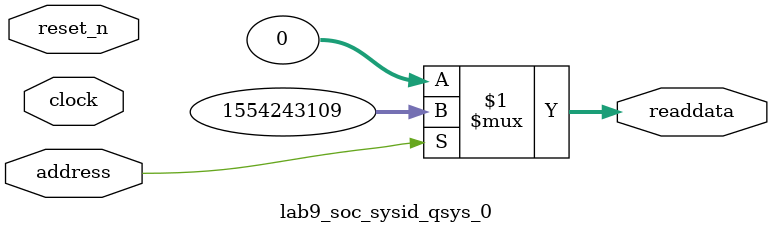
<source format=v>



// synthesis translate_off
`timescale 1ns / 1ps
// synthesis translate_on

// turn off superfluous verilog processor warnings 
// altera message_level Level1 
// altera message_off 10034 10035 10036 10037 10230 10240 10030 

module lab9_soc_sysid_qsys_0 (
               // inputs:
                address,
                clock,
                reset_n,

               // outputs:
                readdata
             )
;

  output  [ 31: 0] readdata;
  input            address;
  input            clock;
  input            reset_n;

  wire    [ 31: 0] readdata;
  //control_slave, which is an e_avalon_slave
  assign readdata = address ? 1554243109 : 0;

endmodule



</source>
